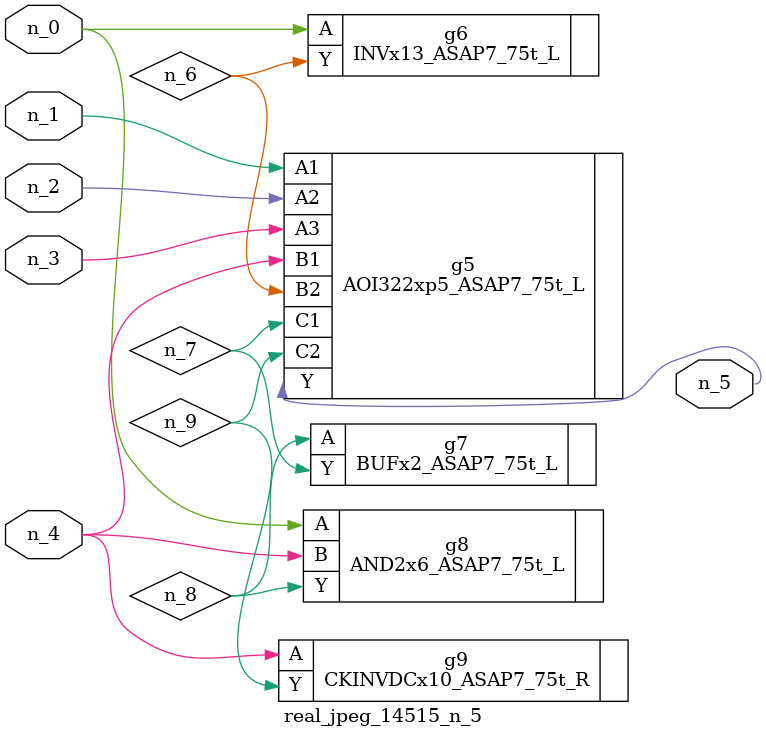
<source format=v>
module real_jpeg_14515_n_5 (n_4, n_0, n_1, n_2, n_3, n_5);

input n_4;
input n_0;
input n_1;
input n_2;
input n_3;

output n_5;

wire n_8;
wire n_6;
wire n_7;
wire n_9;

INVx13_ASAP7_75t_L g6 ( 
.A(n_0),
.Y(n_6)
);

AND2x6_ASAP7_75t_L g8 ( 
.A(n_0),
.B(n_4),
.Y(n_8)
);

AOI322xp5_ASAP7_75t_L g5 ( 
.A1(n_1),
.A2(n_2),
.A3(n_3),
.B1(n_4),
.B2(n_6),
.C1(n_7),
.C2(n_9),
.Y(n_5)
);

CKINVDCx10_ASAP7_75t_R g9 ( 
.A(n_4),
.Y(n_9)
);

BUFx2_ASAP7_75t_L g7 ( 
.A(n_8),
.Y(n_7)
);


endmodule
</source>
